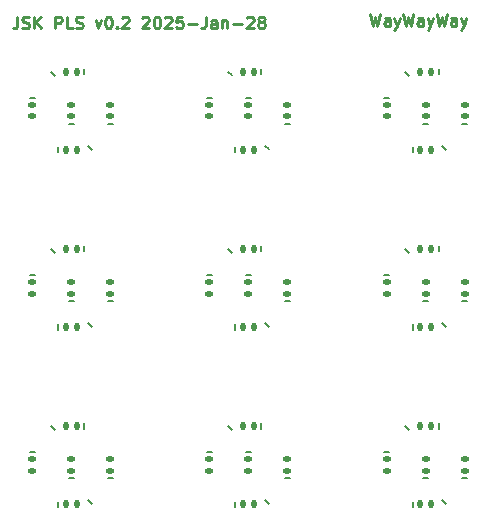
<source format=gbr>
%TF.GenerationSoftware,KiCad,Pcbnew,8.0.5-dirty*%
%TF.CreationDate,2025-01-28T00:49:07-05:00*%
%TF.ProjectId,prrpls406-panel,70727270-6c73-4343-9036-2d70616e656c,rev?*%
%TF.SameCoordinates,Original*%
%TF.FileFunction,Legend,Top*%
%TF.FilePolarity,Positive*%
%FSLAX46Y46*%
G04 Gerber Fmt 4.6, Leading zero omitted, Abs format (unit mm)*
G04 Created by KiCad (PCBNEW 8.0.5-dirty) date 2025-01-28 00:49:07*
%MOMM*%
%LPD*%
G01*
G04 APERTURE LIST*
G04 Aperture macros list*
%AMRoundRect*
0 Rectangle with rounded corners*
0 $1 Rounding radius*
0 $2 $3 $4 $5 $6 $7 $8 $9 X,Y pos of 4 corners*
0 Add a 4 corners polygon primitive as box body*
4,1,4,$2,$3,$4,$5,$6,$7,$8,$9,$2,$3,0*
0 Add four circle primitives for the rounded corners*
1,1,$1+$1,$2,$3*
1,1,$1+$1,$4,$5*
1,1,$1+$1,$6,$7*
1,1,$1+$1,$8,$9*
0 Add four rect primitives between the rounded corners*
20,1,$1+$1,$2,$3,$4,$5,0*
20,1,$1+$1,$4,$5,$6,$7,0*
20,1,$1+$1,$6,$7,$8,$9,0*
20,1,$1+$1,$8,$9,$2,$3,0*%
G04 Aperture macros list end*
%ADD10C,0.250000*%
%ADD11C,0.150000*%
%ADD12RoundRect,0.147500X0.147500X0.172500X-0.147500X0.172500X-0.147500X-0.172500X0.147500X-0.172500X0*%
%ADD13C,0.500000*%
%ADD14RoundRect,0.147500X-0.172500X0.147500X-0.172500X-0.147500X0.172500X-0.147500X0.172500X0.147500X0*%
%ADD15RoundRect,0.147500X-0.017678X0.226274X-0.226274X0.017678X0.017678X-0.226274X0.226274X-0.017678X0*%
%ADD16RoundRect,0.147500X0.017678X-0.226274X0.226274X-0.017678X-0.017678X0.226274X-0.226274X0.017678X0*%
%ADD17RoundRect,0.147500X0.172500X-0.147500X0.172500X0.147500X-0.172500X0.147500X-0.172500X-0.147500X0*%
%ADD18RoundRect,0.147500X-0.147500X-0.172500X0.147500X-0.172500X0.147500X0.172500X-0.147500X0.172500X0*%
G04 APERTURE END LIST*
D10*
X34307330Y-794619D02*
X34545425Y-1794619D01*
X34545425Y-1794619D02*
X34735901Y-1080333D01*
X34735901Y-1080333D02*
X34926377Y-1794619D01*
X34926377Y-1794619D02*
X35164473Y-794619D01*
X35973996Y-1794619D02*
X35973996Y-1270809D01*
X35973996Y-1270809D02*
X35926377Y-1175571D01*
X35926377Y-1175571D02*
X35831139Y-1127952D01*
X35831139Y-1127952D02*
X35640663Y-1127952D01*
X35640663Y-1127952D02*
X35545425Y-1175571D01*
X35973996Y-1747000D02*
X35878758Y-1794619D01*
X35878758Y-1794619D02*
X35640663Y-1794619D01*
X35640663Y-1794619D02*
X35545425Y-1747000D01*
X35545425Y-1747000D02*
X35497806Y-1651761D01*
X35497806Y-1651761D02*
X35497806Y-1556523D01*
X35497806Y-1556523D02*
X35545425Y-1461285D01*
X35545425Y-1461285D02*
X35640663Y-1413666D01*
X35640663Y-1413666D02*
X35878758Y-1413666D01*
X35878758Y-1413666D02*
X35973996Y-1366047D01*
X36354949Y-1127952D02*
X36593044Y-1794619D01*
X36831139Y-1127952D02*
X36593044Y-1794619D01*
X36593044Y-1794619D02*
X36497806Y-2032714D01*
X36497806Y-2032714D02*
X36450187Y-2080333D01*
X36450187Y-2080333D02*
X36354949Y-2127952D01*
X37116854Y-794619D02*
X37354949Y-1794619D01*
X37354949Y-1794619D02*
X37545425Y-1080333D01*
X37545425Y-1080333D02*
X37735901Y-1794619D01*
X37735901Y-1794619D02*
X37973997Y-794619D01*
X38783520Y-1794619D02*
X38783520Y-1270809D01*
X38783520Y-1270809D02*
X38735901Y-1175571D01*
X38735901Y-1175571D02*
X38640663Y-1127952D01*
X38640663Y-1127952D02*
X38450187Y-1127952D01*
X38450187Y-1127952D02*
X38354949Y-1175571D01*
X38783520Y-1747000D02*
X38688282Y-1794619D01*
X38688282Y-1794619D02*
X38450187Y-1794619D01*
X38450187Y-1794619D02*
X38354949Y-1747000D01*
X38354949Y-1747000D02*
X38307330Y-1651761D01*
X38307330Y-1651761D02*
X38307330Y-1556523D01*
X38307330Y-1556523D02*
X38354949Y-1461285D01*
X38354949Y-1461285D02*
X38450187Y-1413666D01*
X38450187Y-1413666D02*
X38688282Y-1413666D01*
X38688282Y-1413666D02*
X38783520Y-1366047D01*
X39164473Y-1127952D02*
X39402568Y-1794619D01*
X39640663Y-1127952D02*
X39402568Y-1794619D01*
X39402568Y-1794619D02*
X39307330Y-2032714D01*
X39307330Y-2032714D02*
X39259711Y-2080333D01*
X39259711Y-2080333D02*
X39164473Y-2127952D01*
X39926378Y-794619D02*
X40164473Y-1794619D01*
X40164473Y-1794619D02*
X40354949Y-1080333D01*
X40354949Y-1080333D02*
X40545425Y-1794619D01*
X40545425Y-1794619D02*
X40783521Y-794619D01*
X41593044Y-1794619D02*
X41593044Y-1270809D01*
X41593044Y-1270809D02*
X41545425Y-1175571D01*
X41545425Y-1175571D02*
X41450187Y-1127952D01*
X41450187Y-1127952D02*
X41259711Y-1127952D01*
X41259711Y-1127952D02*
X41164473Y-1175571D01*
X41593044Y-1747000D02*
X41497806Y-1794619D01*
X41497806Y-1794619D02*
X41259711Y-1794619D01*
X41259711Y-1794619D02*
X41164473Y-1747000D01*
X41164473Y-1747000D02*
X41116854Y-1651761D01*
X41116854Y-1651761D02*
X41116854Y-1556523D01*
X41116854Y-1556523D02*
X41164473Y-1461285D01*
X41164473Y-1461285D02*
X41259711Y-1413666D01*
X41259711Y-1413666D02*
X41497806Y-1413666D01*
X41497806Y-1413666D02*
X41593044Y-1366047D01*
X41973997Y-1127952D02*
X42212092Y-1794619D01*
X42450187Y-1127952D02*
X42212092Y-1794619D01*
X42212092Y-1794619D02*
X42116854Y-2032714D01*
X42116854Y-2032714D02*
X42069235Y-2080333D01*
X42069235Y-2080333D02*
X41973997Y-2127952D01*
X4438282Y-1024619D02*
X4438282Y-1738904D01*
X4438282Y-1738904D02*
X4390663Y-1881761D01*
X4390663Y-1881761D02*
X4295425Y-1977000D01*
X4295425Y-1977000D02*
X4152568Y-2024619D01*
X4152568Y-2024619D02*
X4057330Y-2024619D01*
X4866854Y-1977000D02*
X5009711Y-2024619D01*
X5009711Y-2024619D02*
X5247806Y-2024619D01*
X5247806Y-2024619D02*
X5343044Y-1977000D01*
X5343044Y-1977000D02*
X5390663Y-1929380D01*
X5390663Y-1929380D02*
X5438282Y-1834142D01*
X5438282Y-1834142D02*
X5438282Y-1738904D01*
X5438282Y-1738904D02*
X5390663Y-1643666D01*
X5390663Y-1643666D02*
X5343044Y-1596047D01*
X5343044Y-1596047D02*
X5247806Y-1548428D01*
X5247806Y-1548428D02*
X5057330Y-1500809D01*
X5057330Y-1500809D02*
X4962092Y-1453190D01*
X4962092Y-1453190D02*
X4914473Y-1405571D01*
X4914473Y-1405571D02*
X4866854Y-1310333D01*
X4866854Y-1310333D02*
X4866854Y-1215095D01*
X4866854Y-1215095D02*
X4914473Y-1119857D01*
X4914473Y-1119857D02*
X4962092Y-1072238D01*
X4962092Y-1072238D02*
X5057330Y-1024619D01*
X5057330Y-1024619D02*
X5295425Y-1024619D01*
X5295425Y-1024619D02*
X5438282Y-1072238D01*
X5866854Y-2024619D02*
X5866854Y-1024619D01*
X6438282Y-2024619D02*
X6009711Y-1453190D01*
X6438282Y-1024619D02*
X5866854Y-1596047D01*
X7628759Y-2024619D02*
X7628759Y-1024619D01*
X7628759Y-1024619D02*
X8009711Y-1024619D01*
X8009711Y-1024619D02*
X8104949Y-1072238D01*
X8104949Y-1072238D02*
X8152568Y-1119857D01*
X8152568Y-1119857D02*
X8200187Y-1215095D01*
X8200187Y-1215095D02*
X8200187Y-1357952D01*
X8200187Y-1357952D02*
X8152568Y-1453190D01*
X8152568Y-1453190D02*
X8104949Y-1500809D01*
X8104949Y-1500809D02*
X8009711Y-1548428D01*
X8009711Y-1548428D02*
X7628759Y-1548428D01*
X9104949Y-2024619D02*
X8628759Y-2024619D01*
X8628759Y-2024619D02*
X8628759Y-1024619D01*
X9390664Y-1977000D02*
X9533521Y-2024619D01*
X9533521Y-2024619D02*
X9771616Y-2024619D01*
X9771616Y-2024619D02*
X9866854Y-1977000D01*
X9866854Y-1977000D02*
X9914473Y-1929380D01*
X9914473Y-1929380D02*
X9962092Y-1834142D01*
X9962092Y-1834142D02*
X9962092Y-1738904D01*
X9962092Y-1738904D02*
X9914473Y-1643666D01*
X9914473Y-1643666D02*
X9866854Y-1596047D01*
X9866854Y-1596047D02*
X9771616Y-1548428D01*
X9771616Y-1548428D02*
X9581140Y-1500809D01*
X9581140Y-1500809D02*
X9485902Y-1453190D01*
X9485902Y-1453190D02*
X9438283Y-1405571D01*
X9438283Y-1405571D02*
X9390664Y-1310333D01*
X9390664Y-1310333D02*
X9390664Y-1215095D01*
X9390664Y-1215095D02*
X9438283Y-1119857D01*
X9438283Y-1119857D02*
X9485902Y-1072238D01*
X9485902Y-1072238D02*
X9581140Y-1024619D01*
X9581140Y-1024619D02*
X9819235Y-1024619D01*
X9819235Y-1024619D02*
X9962092Y-1072238D01*
X11057331Y-1357952D02*
X11295426Y-2024619D01*
X11295426Y-2024619D02*
X11533521Y-1357952D01*
X12104950Y-1024619D02*
X12200188Y-1024619D01*
X12200188Y-1024619D02*
X12295426Y-1072238D01*
X12295426Y-1072238D02*
X12343045Y-1119857D01*
X12343045Y-1119857D02*
X12390664Y-1215095D01*
X12390664Y-1215095D02*
X12438283Y-1405571D01*
X12438283Y-1405571D02*
X12438283Y-1643666D01*
X12438283Y-1643666D02*
X12390664Y-1834142D01*
X12390664Y-1834142D02*
X12343045Y-1929380D01*
X12343045Y-1929380D02*
X12295426Y-1977000D01*
X12295426Y-1977000D02*
X12200188Y-2024619D01*
X12200188Y-2024619D02*
X12104950Y-2024619D01*
X12104950Y-2024619D02*
X12009712Y-1977000D01*
X12009712Y-1977000D02*
X11962093Y-1929380D01*
X11962093Y-1929380D02*
X11914474Y-1834142D01*
X11914474Y-1834142D02*
X11866855Y-1643666D01*
X11866855Y-1643666D02*
X11866855Y-1405571D01*
X11866855Y-1405571D02*
X11914474Y-1215095D01*
X11914474Y-1215095D02*
X11962093Y-1119857D01*
X11962093Y-1119857D02*
X12009712Y-1072238D01*
X12009712Y-1072238D02*
X12104950Y-1024619D01*
X12866855Y-1929380D02*
X12914474Y-1977000D01*
X12914474Y-1977000D02*
X12866855Y-2024619D01*
X12866855Y-2024619D02*
X12819236Y-1977000D01*
X12819236Y-1977000D02*
X12866855Y-1929380D01*
X12866855Y-1929380D02*
X12866855Y-2024619D01*
X13295426Y-1119857D02*
X13343045Y-1072238D01*
X13343045Y-1072238D02*
X13438283Y-1024619D01*
X13438283Y-1024619D02*
X13676378Y-1024619D01*
X13676378Y-1024619D02*
X13771616Y-1072238D01*
X13771616Y-1072238D02*
X13819235Y-1119857D01*
X13819235Y-1119857D02*
X13866854Y-1215095D01*
X13866854Y-1215095D02*
X13866854Y-1310333D01*
X13866854Y-1310333D02*
X13819235Y-1453190D01*
X13819235Y-1453190D02*
X13247807Y-2024619D01*
X13247807Y-2024619D02*
X13866854Y-2024619D01*
X15009712Y-1119857D02*
X15057331Y-1072238D01*
X15057331Y-1072238D02*
X15152569Y-1024619D01*
X15152569Y-1024619D02*
X15390664Y-1024619D01*
X15390664Y-1024619D02*
X15485902Y-1072238D01*
X15485902Y-1072238D02*
X15533521Y-1119857D01*
X15533521Y-1119857D02*
X15581140Y-1215095D01*
X15581140Y-1215095D02*
X15581140Y-1310333D01*
X15581140Y-1310333D02*
X15533521Y-1453190D01*
X15533521Y-1453190D02*
X14962093Y-2024619D01*
X14962093Y-2024619D02*
X15581140Y-2024619D01*
X16200188Y-1024619D02*
X16295426Y-1024619D01*
X16295426Y-1024619D02*
X16390664Y-1072238D01*
X16390664Y-1072238D02*
X16438283Y-1119857D01*
X16438283Y-1119857D02*
X16485902Y-1215095D01*
X16485902Y-1215095D02*
X16533521Y-1405571D01*
X16533521Y-1405571D02*
X16533521Y-1643666D01*
X16533521Y-1643666D02*
X16485902Y-1834142D01*
X16485902Y-1834142D02*
X16438283Y-1929380D01*
X16438283Y-1929380D02*
X16390664Y-1977000D01*
X16390664Y-1977000D02*
X16295426Y-2024619D01*
X16295426Y-2024619D02*
X16200188Y-2024619D01*
X16200188Y-2024619D02*
X16104950Y-1977000D01*
X16104950Y-1977000D02*
X16057331Y-1929380D01*
X16057331Y-1929380D02*
X16009712Y-1834142D01*
X16009712Y-1834142D02*
X15962093Y-1643666D01*
X15962093Y-1643666D02*
X15962093Y-1405571D01*
X15962093Y-1405571D02*
X16009712Y-1215095D01*
X16009712Y-1215095D02*
X16057331Y-1119857D01*
X16057331Y-1119857D02*
X16104950Y-1072238D01*
X16104950Y-1072238D02*
X16200188Y-1024619D01*
X16914474Y-1119857D02*
X16962093Y-1072238D01*
X16962093Y-1072238D02*
X17057331Y-1024619D01*
X17057331Y-1024619D02*
X17295426Y-1024619D01*
X17295426Y-1024619D02*
X17390664Y-1072238D01*
X17390664Y-1072238D02*
X17438283Y-1119857D01*
X17438283Y-1119857D02*
X17485902Y-1215095D01*
X17485902Y-1215095D02*
X17485902Y-1310333D01*
X17485902Y-1310333D02*
X17438283Y-1453190D01*
X17438283Y-1453190D02*
X16866855Y-2024619D01*
X16866855Y-2024619D02*
X17485902Y-2024619D01*
X18390664Y-1024619D02*
X17914474Y-1024619D01*
X17914474Y-1024619D02*
X17866855Y-1500809D01*
X17866855Y-1500809D02*
X17914474Y-1453190D01*
X17914474Y-1453190D02*
X18009712Y-1405571D01*
X18009712Y-1405571D02*
X18247807Y-1405571D01*
X18247807Y-1405571D02*
X18343045Y-1453190D01*
X18343045Y-1453190D02*
X18390664Y-1500809D01*
X18390664Y-1500809D02*
X18438283Y-1596047D01*
X18438283Y-1596047D02*
X18438283Y-1834142D01*
X18438283Y-1834142D02*
X18390664Y-1929380D01*
X18390664Y-1929380D02*
X18343045Y-1977000D01*
X18343045Y-1977000D02*
X18247807Y-2024619D01*
X18247807Y-2024619D02*
X18009712Y-2024619D01*
X18009712Y-2024619D02*
X17914474Y-1977000D01*
X17914474Y-1977000D02*
X17866855Y-1929380D01*
X18866855Y-1643666D02*
X19628760Y-1643666D01*
X20390664Y-1024619D02*
X20390664Y-1738904D01*
X20390664Y-1738904D02*
X20343045Y-1881761D01*
X20343045Y-1881761D02*
X20247807Y-1977000D01*
X20247807Y-1977000D02*
X20104950Y-2024619D01*
X20104950Y-2024619D02*
X20009712Y-2024619D01*
X21295426Y-2024619D02*
X21295426Y-1500809D01*
X21295426Y-1500809D02*
X21247807Y-1405571D01*
X21247807Y-1405571D02*
X21152569Y-1357952D01*
X21152569Y-1357952D02*
X20962093Y-1357952D01*
X20962093Y-1357952D02*
X20866855Y-1405571D01*
X21295426Y-1977000D02*
X21200188Y-2024619D01*
X21200188Y-2024619D02*
X20962093Y-2024619D01*
X20962093Y-2024619D02*
X20866855Y-1977000D01*
X20866855Y-1977000D02*
X20819236Y-1881761D01*
X20819236Y-1881761D02*
X20819236Y-1786523D01*
X20819236Y-1786523D02*
X20866855Y-1691285D01*
X20866855Y-1691285D02*
X20962093Y-1643666D01*
X20962093Y-1643666D02*
X21200188Y-1643666D01*
X21200188Y-1643666D02*
X21295426Y-1596047D01*
X21771617Y-1357952D02*
X21771617Y-2024619D01*
X21771617Y-1453190D02*
X21819236Y-1405571D01*
X21819236Y-1405571D02*
X21914474Y-1357952D01*
X21914474Y-1357952D02*
X22057331Y-1357952D01*
X22057331Y-1357952D02*
X22152569Y-1405571D01*
X22152569Y-1405571D02*
X22200188Y-1500809D01*
X22200188Y-1500809D02*
X22200188Y-2024619D01*
X22676379Y-1643666D02*
X23438284Y-1643666D01*
X23866855Y-1119857D02*
X23914474Y-1072238D01*
X23914474Y-1072238D02*
X24009712Y-1024619D01*
X24009712Y-1024619D02*
X24247807Y-1024619D01*
X24247807Y-1024619D02*
X24343045Y-1072238D01*
X24343045Y-1072238D02*
X24390664Y-1119857D01*
X24390664Y-1119857D02*
X24438283Y-1215095D01*
X24438283Y-1215095D02*
X24438283Y-1310333D01*
X24438283Y-1310333D02*
X24390664Y-1453190D01*
X24390664Y-1453190D02*
X23819236Y-2024619D01*
X23819236Y-2024619D02*
X24438283Y-2024619D01*
X25009712Y-1453190D02*
X24914474Y-1405571D01*
X24914474Y-1405571D02*
X24866855Y-1357952D01*
X24866855Y-1357952D02*
X24819236Y-1262714D01*
X24819236Y-1262714D02*
X24819236Y-1215095D01*
X24819236Y-1215095D02*
X24866855Y-1119857D01*
X24866855Y-1119857D02*
X24914474Y-1072238D01*
X24914474Y-1072238D02*
X25009712Y-1024619D01*
X25009712Y-1024619D02*
X25200188Y-1024619D01*
X25200188Y-1024619D02*
X25295426Y-1072238D01*
X25295426Y-1072238D02*
X25343045Y-1119857D01*
X25343045Y-1119857D02*
X25390664Y-1215095D01*
X25390664Y-1215095D02*
X25390664Y-1262714D01*
X25390664Y-1262714D02*
X25343045Y-1357952D01*
X25343045Y-1357952D02*
X25295426Y-1405571D01*
X25295426Y-1405571D02*
X25200188Y-1453190D01*
X25200188Y-1453190D02*
X25009712Y-1453190D01*
X25009712Y-1453190D02*
X24914474Y-1500809D01*
X24914474Y-1500809D02*
X24866855Y-1548428D01*
X24866855Y-1548428D02*
X24819236Y-1643666D01*
X24819236Y-1643666D02*
X24819236Y-1834142D01*
X24819236Y-1834142D02*
X24866855Y-1929380D01*
X24866855Y-1929380D02*
X24914474Y-1977000D01*
X24914474Y-1977000D02*
X25009712Y-2024619D01*
X25009712Y-2024619D02*
X25200188Y-2024619D01*
X25200188Y-2024619D02*
X25295426Y-1977000D01*
X25295426Y-1977000D02*
X25343045Y-1929380D01*
X25343045Y-1929380D02*
X25390664Y-1834142D01*
X25390664Y-1834142D02*
X25390664Y-1643666D01*
X25390664Y-1643666D02*
X25343045Y-1548428D01*
X25343045Y-1548428D02*
X25295426Y-1500809D01*
X25295426Y-1500809D02*
X25200188Y-1453190D01*
D11*
%TO.C,D1*%
X40098776Y-35905944D02*
X40098776Y-35473444D01*
%TO.C,D7*%
X20905026Y-7899694D02*
X20472526Y-7899694D01*
%TO.C,D4*%
X24205026Y-22899694D02*
X23772527Y-22899694D01*
%TO.C,D2*%
X37588981Y-36034265D02*
X37283158Y-35728442D01*
%TO.C,D1*%
X10098776Y-5905944D02*
X10098776Y-5473444D01*
%TO.C,D4*%
X24205026Y-7899694D02*
X23772527Y-7899694D01*
%TO.C,D6*%
X40408570Y-26991671D02*
X40714393Y-27297494D01*
%TO.C,D4*%
X38792526Y-25099694D02*
X39225025Y-25099694D01*
%TO.C,D6*%
X40408570Y-41991671D02*
X40714393Y-42297494D01*
%TO.C,D7*%
X20905026Y-37899694D02*
X20472526Y-37899694D01*
%TO.C,D3*%
X35905026Y-37899694D02*
X35472526Y-37899694D01*
%TO.C,D4*%
X38792526Y-40099694D02*
X39225025Y-40099694D01*
%TO.C,D6*%
X10408570Y-26991671D02*
X10714393Y-27297494D01*
%TO.C,D7*%
X20905026Y-22899694D02*
X20472526Y-22899694D01*
%TO.C,D2*%
X25408571Y-41965123D02*
X25714394Y-42270946D01*
%TO.C,D1*%
X10098776Y-35905944D02*
X10098776Y-35473444D01*
%TO.C,D6*%
X10408570Y-41991671D02*
X10714393Y-42297494D01*
%TO.C,D7*%
X42092526Y-25099694D02*
X42525026Y-25099694D01*
%TO.C,D3*%
X35905026Y-22899694D02*
X35472526Y-22899694D01*
%TO.C,D4*%
X38792526Y-10099694D02*
X39225025Y-10099694D01*
%TO.C,D6*%
X10408570Y-11991671D02*
X10714393Y-12297494D01*
%TO.C,D2*%
X37588981Y-21034265D02*
X37283158Y-20728442D01*
%TO.C,D5*%
X37898776Y-42093444D02*
X37898776Y-42525944D01*
%TO.C,D1*%
X22898776Y-12093444D02*
X22898776Y-12525944D01*
%TO.C,D2*%
X37588981Y-6034265D02*
X37283158Y-5728442D01*
%TO.C,D3*%
X5905026Y-7899694D02*
X5472526Y-7899694D01*
%TO.C,D5*%
X25098776Y-5905944D02*
X25098776Y-5473444D01*
%TO.C,D6*%
X40408570Y-11991671D02*
X40714393Y-12297494D01*
%TO.C,D7*%
X12092526Y-25099694D02*
X12525026Y-25099694D01*
%TO.C,D5*%
X7898776Y-12093444D02*
X7898776Y-12525944D01*
%TO.C,D3*%
X27092526Y-10099694D02*
X27525026Y-10099694D01*
%TO.C,D5*%
X7898776Y-42093444D02*
X7898776Y-42525944D01*
%TO.C,D1*%
X40098776Y-20905944D02*
X40098776Y-20473444D01*
%TO.C,D5*%
X25098776Y-20905944D02*
X25098776Y-20473444D01*
%TO.C,D3*%
X27092526Y-40099694D02*
X27525026Y-40099694D01*
X5905026Y-37899694D02*
X5472526Y-37899694D01*
%TO.C,D4*%
X8792526Y-10099694D02*
X9225025Y-10099694D01*
X24205026Y-37899694D02*
X23772527Y-37899694D01*
%TO.C,D2*%
X7588981Y-6034265D02*
X7283158Y-5728442D01*
%TO.C,D7*%
X42092526Y-10099694D02*
X42525026Y-10099694D01*
%TO.C,D1*%
X10098776Y-20905944D02*
X10098776Y-20473444D01*
%TO.C,D4*%
X8792526Y-25099694D02*
X9225025Y-25099694D01*
%TO.C,D1*%
X22898776Y-27093444D02*
X22898776Y-27525944D01*
%TO.C,D7*%
X12092526Y-40099694D02*
X12525026Y-40099694D01*
%TO.C,D5*%
X25098776Y-35905944D02*
X25098776Y-35473444D01*
%TO.C,D7*%
X42092526Y-40099694D02*
X42525026Y-40099694D01*
%TO.C,D2*%
X7588981Y-21034265D02*
X7283158Y-20728442D01*
X25408571Y-26965123D02*
X25714394Y-27270946D01*
%TO.C,D5*%
X37898776Y-12093444D02*
X37898776Y-12525944D01*
%TO.C,D7*%
X12092526Y-10099694D02*
X12525026Y-10099694D01*
%TO.C,D3*%
X5905026Y-22899694D02*
X5472526Y-22899694D01*
%TO.C,D6*%
X22588982Y-21007717D02*
X22283159Y-20701894D01*
%TO.C,D2*%
X7588981Y-36034265D02*
X7283158Y-35728442D01*
%TO.C,D1*%
X40098776Y-5905944D02*
X40098776Y-5473444D01*
%TO.C,D3*%
X27092526Y-25099694D02*
X27525026Y-25099694D01*
X35905026Y-7899694D02*
X35472526Y-7899694D01*
%TO.C,D5*%
X7898776Y-27093444D02*
X7898776Y-27525944D01*
%TO.C,D1*%
X22898776Y-42093444D02*
X22898776Y-42525944D01*
%TO.C,D2*%
X25408571Y-11965123D02*
X25714394Y-12270946D01*
%TO.C,D6*%
X22588982Y-36007717D02*
X22283159Y-35701894D01*
%TO.C,D5*%
X37898776Y-27093444D02*
X37898776Y-27525944D01*
%TO.C,D4*%
X8792526Y-40099694D02*
X9225025Y-40099694D01*
%TO.C,D6*%
X22588982Y-6007717D02*
X22283159Y-5701894D01*
%TD*%
%LPC*%
D12*
%TO.C,D1*%
X39483776Y-35699694D03*
X38513776Y-35699694D03*
%TD*%
D13*
%TO.C,H2*%
X25529510Y-20304175D03*
%TD*%
D14*
%TO.C,D7*%
X20698776Y-8514694D03*
X20698776Y-9484694D03*
%TD*%
D13*
%TO.C,H2*%
X7468042Y-27695213D03*
%TD*%
%TO.C,KiKit_MB_6_5*%
X22826131Y-13239695D03*
%TD*%
%TO.C,KiKit_MB_12_5*%
X10200244Y-19767586D03*
%TD*%
%TO.C,KiKit_MB_1_2*%
X6017721Y-12234933D03*
%TD*%
D14*
%TO.C,D4*%
X23998776Y-23514694D03*
X23998776Y-24484694D03*
%TD*%
D15*
%TO.C,D2*%
X37008270Y-36323295D03*
X36322376Y-37009189D03*
%TD*%
D13*
%TO.C,H2*%
X7468042Y-12695213D03*
%TD*%
%TO.C,KiKit_MB_7_2*%
X36017720Y-12234933D03*
%TD*%
D12*
%TO.C,D1*%
X9483776Y-5699694D03*
X8513776Y-5699694D03*
%TD*%
D14*
%TO.C,D4*%
X23998776Y-8514694D03*
X23998776Y-9484694D03*
%TD*%
D13*
%TO.C,H3*%
X42694294Y-37468961D03*
%TD*%
%TO.C,KiKit_MB_3_4*%
X9393976Y-4617698D03*
%TD*%
D16*
%TO.C,D6*%
X40989281Y-26702641D03*
X41675175Y-26016747D03*
%TD*%
D13*
%TO.C,KiKit_MB_14_2*%
X20140446Y-21888078D03*
%TD*%
%TO.C,KiKit_MB_1_3*%
X5471749Y-11627860D03*
%TD*%
D17*
%TO.C,D4*%
X38998776Y-24484694D03*
X38998776Y-23514694D03*
%TD*%
D13*
%TO.C,KiKit_MB_7_4*%
X35046706Y-10930827D03*
%TD*%
%TO.C,KiKit_MB_13_5*%
X28234580Y-22814292D03*
%TD*%
D16*
%TO.C,D6*%
X40989281Y-41702641D03*
X41675175Y-41016747D03*
%TD*%
D13*
%TO.C,H1*%
X27694295Y-10530427D03*
%TD*%
%TO.C,H2*%
X25529510Y-5304175D03*
%TD*%
%TO.C,KiKit_MB_15_4*%
X23629678Y-28382723D03*
%TD*%
%TO.C,KiKit_MB_8_3*%
X42412624Y-11773808D03*
%TD*%
%TO.C,KiKit_MB_20_3*%
X12412911Y-41774035D03*
%TD*%
%TO.C,KiKit_MB_16_3*%
X35471940Y-26627717D03*
%TD*%
%TO.C,KiKit_MB_13_4*%
X27940956Y-22048369D03*
%TD*%
D14*
%TO.C,D7*%
X20698776Y-38514694D03*
X20698776Y-39484694D03*
%TD*%
D13*
%TO.C,KiKit_MB_24_3*%
X24445790Y-43375769D03*
%TD*%
D14*
%TO.C,D3*%
X35698776Y-38514694D03*
X35698776Y-39484694D03*
%TD*%
D17*
%TO.C,D4*%
X38998776Y-39484694D03*
X38998776Y-38514694D03*
%TD*%
D13*
%TO.C,KiKit_MB_11_4*%
X11840871Y-27356409D03*
%TD*%
%TO.C,KiKit_MB_20_4*%
X11840871Y-42356409D03*
%TD*%
%TO.C,KiKit_MB_22_5*%
X28234580Y-37814292D03*
%TD*%
D16*
%TO.C,D6*%
X10989281Y-26702641D03*
X11675175Y-26016747D03*
%TD*%
D14*
%TO.C,D7*%
X20698776Y-23514694D03*
X20698776Y-24484694D03*
%TD*%
D13*
%TO.C,H3*%
X20303258Y-25530427D03*
%TD*%
%TO.C,KiKit_MB_19_2*%
X6017771Y-42234876D03*
%TD*%
%TO.C,H2*%
X25529510Y-35304175D03*
%TD*%
%TO.C,KiKit_MB_4_5*%
X28234580Y-7814293D03*
%TD*%
%TO.C,KiKit_MB_24_5*%
X22826211Y-43239416D03*
%TD*%
%TO.C,KiKit_MB_14_3*%
X20599349Y-21208753D03*
%TD*%
%TO.C,KiKit_MB_27_2*%
X37768859Y-34776601D03*
%TD*%
%TO.C,KiKit_MB_2_2*%
X12867290Y-11095677D03*
%TD*%
%TO.C,KiKit_MB_10_4*%
X5046424Y-25930962D03*
%TD*%
D16*
%TO.C,D2*%
X25989282Y-41676093D03*
X26675176Y-40990199D03*
%TD*%
D13*
%TO.C,KiKit_MB_2_4*%
X11841028Y-12356594D03*
%TD*%
%TO.C,H2*%
X7468042Y-42695213D03*
%TD*%
%TO.C,KiKit_MB_17_3*%
X42412624Y-26773808D03*
%TD*%
D12*
%TO.C,D1*%
X9483776Y-35699694D03*
X8513776Y-35699694D03*
%TD*%
D13*
%TO.C,H3*%
X42694294Y-22468961D03*
%TD*%
%TO.C,KiKit_MB_9_5*%
X40200133Y-4768007D03*
%TD*%
%TO.C,KiKit_MB_23_5*%
X21850676Y-35159898D03*
%TD*%
D16*
%TO.C,D6*%
X10989281Y-41702641D03*
X11675175Y-41016747D03*
%TD*%
D13*
%TO.C,H3*%
X12694294Y-7468961D03*
%TD*%
%TO.C,KiKit_MB_2_3*%
X12412911Y-11774035D03*
%TD*%
%TO.C,KiKit_MB_26_4*%
X41840871Y-42356409D03*
%TD*%
%TO.C,H1*%
X27694295Y-25530427D03*
%TD*%
D17*
%TO.C,D7*%
X42298776Y-24484694D03*
X42298776Y-23514694D03*
%TD*%
D14*
%TO.C,D3*%
X35698776Y-23514694D03*
X35698776Y-24484694D03*
%TD*%
D13*
%TO.C,KiKit_MB_23_3*%
X20599183Y-36208616D03*
%TD*%
%TO.C,H1*%
X5303257Y-37468961D03*
%TD*%
%TO.C,KiKit_MB_13_2*%
X26957253Y-20744265D03*
%TD*%
%TO.C,KiKit_MB_26_3*%
X42412624Y-41773808D03*
%TD*%
%TO.C,KiKit_MB_5_2*%
X20140446Y-6888079D03*
%TD*%
%TO.C,KiKit_MB_16_5*%
X34757286Y-25167363D03*
%TD*%
%TO.C,KiKit_MB_25_5*%
X34756823Y-40167480D03*
%TD*%
%TO.C,KiKit_MB_22_4*%
X27940956Y-37048369D03*
%TD*%
%TO.C,KiKit_MB_11_3*%
X12412911Y-26774035D03*
%TD*%
D17*
%TO.C,D4*%
X38998776Y-9484694D03*
X38998776Y-8514694D03*
%TD*%
D16*
%TO.C,D6*%
X10989281Y-11702641D03*
X11675175Y-11016747D03*
%TD*%
D15*
%TO.C,D2*%
X37008270Y-21323295D03*
X36322376Y-22009189D03*
%TD*%
D18*
%TO.C,D5*%
X38513776Y-42299694D03*
X39483776Y-42299694D03*
%TD*%
D13*
%TO.C,KiKit_MB_4_4*%
X27940956Y-7048370D03*
%TD*%
%TO.C,H3*%
X20303258Y-10530427D03*
%TD*%
D18*
%TO.C,D1*%
X23513776Y-12299694D03*
X24483776Y-12299694D03*
%TD*%
D13*
%TO.C,KiKit_MB_18_4*%
X39393976Y-19617697D03*
%TD*%
%TO.C,KiKit_MB_26_2*%
X42866953Y-41095481D03*
%TD*%
%TO.C,KiKit_MB_24_2*%
X25246677Y-43218307D03*
%TD*%
%TO.C,KiKit_MB_14_5*%
X21850921Y-20160314D03*
%TD*%
%TO.C,KiKit_MB_20_2*%
X12866953Y-41095481D03*
%TD*%
%TO.C,H2*%
X37468042Y-12695213D03*
%TD*%
D15*
%TO.C,D2*%
X37008270Y-6323295D03*
X36322376Y-7009189D03*
%TD*%
D13*
%TO.C,KiKit_MB_25_3*%
X35471940Y-41627717D03*
%TD*%
D14*
%TO.C,D3*%
X5698776Y-8514694D03*
X5698776Y-9484694D03*
%TD*%
D12*
%TO.C,D5*%
X24483776Y-5699694D03*
X23513776Y-5699694D03*
%TD*%
D13*
%TO.C,KiKit_MB_17_2*%
X42866953Y-26095481D03*
%TD*%
%TO.C,H2*%
X37468042Y-42695213D03*
%TD*%
%TO.C,KiKit_MB_8_2*%
X42866953Y-11095481D03*
%TD*%
%TO.C,KiKit_MB_10_2*%
X6017771Y-27234876D03*
%TD*%
%TO.C,KiKit_MB_22_2*%
X26957253Y-35744265D03*
%TD*%
D16*
%TO.C,D6*%
X40989281Y-11702641D03*
X41675175Y-11016747D03*
%TD*%
D13*
%TO.C,H1*%
X5303257Y-7468961D03*
%TD*%
%TO.C,KiKit_MB_19_5*%
X4757287Y-40167363D03*
%TD*%
%TO.C,KiKit_MB_15_5*%
X22826109Y-28239769D03*
%TD*%
D17*
%TO.C,D7*%
X12298776Y-24484694D03*
X12298776Y-23514694D03*
%TD*%
D13*
%TO.C,KiKit_MB_23_4*%
X21175721Y-35625629D03*
%TD*%
D18*
%TO.C,D5*%
X8513776Y-12299694D03*
X9483776Y-12299694D03*
%TD*%
D17*
%TO.C,D3*%
X27298776Y-9484694D03*
X27298776Y-8514694D03*
%TD*%
D18*
%TO.C,D5*%
X8513776Y-42299694D03*
X9483776Y-42299694D03*
%TD*%
D13*
%TO.C,KiKit_MB_9_3*%
X38573975Y-4621742D03*
%TD*%
%TO.C,KiKit_MB_11_2*%
X12866953Y-26095481D03*
%TD*%
%TO.C,KiKit_MB_26_5*%
X41171862Y-42824079D03*
%TD*%
%TO.C,KiKit_MB_6_2*%
X25246823Y-13218765D03*
%TD*%
%TO.C,KiKit_MB_25_2*%
X36017720Y-42234933D03*
%TD*%
%TO.C,KiKit_MB_5_4*%
X21175926Y-5625883D03*
%TD*%
%TO.C,KiKit_MB_20_5*%
X11171862Y-42824079D03*
%TD*%
%TO.C,H2*%
X37468042Y-27695213D03*
%TD*%
%TO.C,KiKit_MB_24_4*%
X23629678Y-43382723D03*
%TD*%
%TO.C,KiKit_MB_9_4*%
X39393976Y-4617698D03*
%TD*%
D12*
%TO.C,D1*%
X39483776Y-20699694D03*
X38513776Y-20699694D03*
%TD*%
D13*
%TO.C,KiKit_MB_7_3*%
X35471748Y-11627860D03*
%TD*%
%TO.C,KiKit_MB_21_3*%
X8573961Y-34621576D03*
%TD*%
%TO.C,KiKit_MB_15_2*%
X25246823Y-28218765D03*
%TD*%
D12*
%TO.C,D5*%
X24483776Y-20699694D03*
X23513776Y-20699694D03*
%TD*%
D13*
%TO.C,KiKit_MB_11_5*%
X11171862Y-27824079D03*
%TD*%
%TO.C,H3*%
X42694294Y-7468961D03*
%TD*%
%TO.C,KiKit_MB_9_2*%
X37768859Y-4776602D03*
%TD*%
D17*
%TO.C,D3*%
X27298776Y-39484694D03*
X27298776Y-38514694D03*
%TD*%
D14*
%TO.C,D3*%
X5698776Y-38514694D03*
X5698776Y-39484694D03*
%TD*%
D13*
%TO.C,H1*%
X35303257Y-37468961D03*
%TD*%
D17*
%TO.C,D4*%
X8998776Y-9484694D03*
X8998776Y-8514694D03*
%TD*%
D13*
%TO.C,KiKit_MB_18_5*%
X40200244Y-19767586D03*
%TD*%
%TO.C,KiKit_MB_25_4*%
X35046541Y-40930906D03*
%TD*%
%TO.C,KiKit_MB_4_3*%
X27510965Y-6349671D03*
%TD*%
%TO.C,KiKit_MB_16_4*%
X35046541Y-25930906D03*
%TD*%
D14*
%TO.C,D4*%
X23998776Y-38514694D03*
X23998776Y-39484694D03*
%TD*%
D15*
%TO.C,D2*%
X7008270Y-6323295D03*
X6322376Y-7009189D03*
%TD*%
D13*
%TO.C,KiKit_MB_2_5*%
X11171862Y-12824079D03*
%TD*%
%TO.C,KiKit_MB_23_2*%
X20140264Y-36887979D03*
%TD*%
D17*
%TO.C,D7*%
X42298776Y-9484694D03*
X42298776Y-8514694D03*
%TD*%
D13*
%TO.C,H1*%
X35303257Y-22468961D03*
%TD*%
%TO.C,KiKit_MB_19_3*%
X5471749Y-41627860D03*
%TD*%
%TO.C,KiKit_MB_27_5*%
X40200133Y-34768006D03*
%TD*%
%TO.C,KiKit_MB_17_4*%
X41840871Y-27356409D03*
%TD*%
D12*
%TO.C,D1*%
X9483776Y-20699694D03*
X8513776Y-20699694D03*
%TD*%
D13*
%TO.C,KiKit_MB_1_5*%
X4757287Y-10167363D03*
%TD*%
%TO.C,KiKit_MB_6_3*%
X24445805Y-13375896D03*
%TD*%
D17*
%TO.C,D4*%
X8998776Y-24484694D03*
X8998776Y-23514694D03*
%TD*%
D13*
%TO.C,KiKit_MB_7_5*%
X34757286Y-10167363D03*
%TD*%
%TO.C,KiKit_MB_3_2*%
X7768860Y-4776602D03*
%TD*%
D18*
%TO.C,D1*%
X23513776Y-27299694D03*
X24483776Y-27299694D03*
%TD*%
D13*
%TO.C,KiKit_MB_6_4*%
X23629678Y-13382723D03*
%TD*%
D17*
%TO.C,D7*%
X12298776Y-39484694D03*
X12298776Y-38514694D03*
%TD*%
D13*
%TO.C,KiKit_MB_3_5*%
X10200133Y-4768007D03*
%TD*%
%TO.C,KiKit_MB_21_4*%
X9393975Y-34617708D03*
%TD*%
%TO.C,KiKit_MB_12_4*%
X9393976Y-19617697D03*
%TD*%
D12*
%TO.C,D5*%
X24483776Y-35699694D03*
X23513776Y-35699694D03*
%TD*%
D17*
%TO.C,D7*%
X42298776Y-39484694D03*
X42298776Y-38514694D03*
%TD*%
D13*
%TO.C,KiKit_MB_8_5*%
X41171778Y-12823929D03*
%TD*%
%TO.C,KiKit_MB_13_3*%
X27510965Y-21349670D03*
%TD*%
%TO.C,KiKit_MB_10_3*%
X5471749Y-26627860D03*
%TD*%
%TO.C,KiKit_MB_27_3*%
X38573960Y-34621576D03*
%TD*%
%TO.C,H1*%
X35303257Y-7468961D03*
%TD*%
%TO.C,KiKit_MB_4_2*%
X26957550Y-5743950D03*
%TD*%
%TO.C,KiKit_MB_18_2*%
X37768931Y-19776847D03*
%TD*%
D15*
%TO.C,D2*%
X7008270Y-21323295D03*
X6322376Y-22009189D03*
%TD*%
D13*
%TO.C,KiKit_MB_21_5*%
X10200133Y-34768006D03*
%TD*%
D16*
%TO.C,D2*%
X25989282Y-26676093D03*
X26675176Y-25990199D03*
%TD*%
D13*
%TO.C,KiKit_MB_1_4*%
X5046542Y-10930906D03*
%TD*%
%TO.C,KiKit_MB_8_4*%
X41841028Y-12356594D03*
%TD*%
D18*
%TO.C,D5*%
X38513776Y-12299694D03*
X39483776Y-12299694D03*
%TD*%
D13*
%TO.C,KiKit_MB_27_4*%
X39393976Y-34617697D03*
%TD*%
%TO.C,H3*%
X12694294Y-37468961D03*
%TD*%
%TO.C,KiKit_MB_12_3*%
X8573961Y-19621576D03*
%TD*%
%TO.C,KiKit_MB_16_2*%
X36017720Y-27234933D03*
%TD*%
%TO.C,H1*%
X27694295Y-40530427D03*
%TD*%
D17*
%TO.C,D7*%
X12298776Y-9484694D03*
X12298776Y-8514694D03*
%TD*%
D14*
%TO.C,D3*%
X5698776Y-23514694D03*
X5698776Y-24484694D03*
%TD*%
D13*
%TO.C,KiKit_MB_10_5*%
X4757287Y-25167363D03*
%TD*%
D15*
%TO.C,D6*%
X22008271Y-21296747D03*
X21322377Y-21982641D03*
%TD*%
D13*
%TO.C,KiKit_MB_22_3*%
X27510965Y-36349670D03*
%TD*%
%TO.C,KiKit_MB_17_5*%
X41171862Y-27824079D03*
%TD*%
%TO.C,H1*%
X5303257Y-22468961D03*
%TD*%
%TO.C,KiKit_MB_5_3*%
X20599349Y-6208754D03*
%TD*%
%TO.C,KiKit_MB_3_3*%
X8573976Y-4621742D03*
%TD*%
%TO.C,KiKit_MB_21_2*%
X7768860Y-34776601D03*
%TD*%
D15*
%TO.C,D2*%
X7008270Y-36323295D03*
X6322376Y-37009189D03*
%TD*%
D13*
%TO.C,KiKit_MB_12_2*%
X7768932Y-19776847D03*
%TD*%
D12*
%TO.C,D1*%
X39483776Y-5699694D03*
X38513776Y-5699694D03*
%TD*%
D17*
%TO.C,D3*%
X27298776Y-24484694D03*
X27298776Y-23514694D03*
%TD*%
D14*
%TO.C,D3*%
X35698776Y-8514694D03*
X35698776Y-9484694D03*
%TD*%
D18*
%TO.C,D5*%
X8513776Y-27299694D03*
X9483776Y-27299694D03*
%TD*%
%TO.C,D1*%
X23513776Y-42299694D03*
X24483776Y-42299694D03*
%TD*%
D16*
%TO.C,D2*%
X25989282Y-11676093D03*
X26675176Y-10990199D03*
%TD*%
D13*
%TO.C,H3*%
X12694294Y-22468961D03*
%TD*%
D15*
%TO.C,D6*%
X22008271Y-36296747D03*
X21322377Y-36982641D03*
%TD*%
D13*
%TO.C,KiKit_MB_5_5*%
X21850676Y-5159899D03*
%TD*%
%TO.C,KiKit_MB_18_3*%
X38573960Y-19621576D03*
%TD*%
D18*
%TO.C,D5*%
X38513776Y-27299694D03*
X39483776Y-27299694D03*
%TD*%
D13*
%TO.C,KiKit_MB_14_4*%
X21175684Y-20625583D03*
%TD*%
D17*
%TO.C,D4*%
X8998776Y-39484694D03*
X8998776Y-38514694D03*
%TD*%
D13*
%TO.C,KiKit_MB_19_4*%
X5046542Y-40930906D03*
%TD*%
D15*
%TO.C,D6*%
X22008271Y-6296747D03*
X21322377Y-6982641D03*
%TD*%
D13*
%TO.C,H3*%
X20303258Y-40530427D03*
%TD*%
%TO.C,KiKit_MB_15_3*%
X24445805Y-28375896D03*
%TD*%
%LPD*%
M02*

</source>
